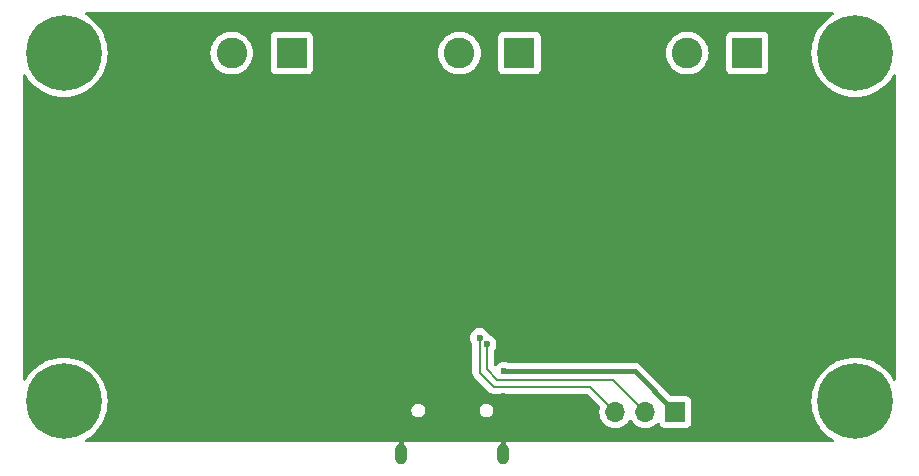
<source format=gbr>
%TF.GenerationSoftware,KiCad,Pcbnew,8.0.8*%
%TF.CreationDate,2025-06-06T06:09:44+09:00*%
%TF.ProjectId,fsk-traffic,66736b2d-7472-4616-9666-69632e6b6963,rev?*%
%TF.SameCoordinates,Original*%
%TF.FileFunction,Copper,L2,Bot*%
%TF.FilePolarity,Positive*%
%FSLAX46Y46*%
G04 Gerber Fmt 4.6, Leading zero omitted, Abs format (unit mm)*
G04 Created by KiCad (PCBNEW 8.0.8) date 2025-06-06 06:09:44*
%MOMM*%
%LPD*%
G01*
G04 APERTURE LIST*
%TA.AperFunction,ComponentPad*%
%ADD10R,2.600000X2.600000*%
%TD*%
%TA.AperFunction,ComponentPad*%
%ADD11C,2.600000*%
%TD*%
%TA.AperFunction,ComponentPad*%
%ADD12C,0.800000*%
%TD*%
%TA.AperFunction,ComponentPad*%
%ADD13C,6.400000*%
%TD*%
%TA.AperFunction,HeatsinkPad*%
%ADD14O,1.000000X2.100000*%
%TD*%
%TA.AperFunction,HeatsinkPad*%
%ADD15O,1.000000X1.800000*%
%TD*%
%TA.AperFunction,ComponentPad*%
%ADD16R,1.700000X1.700000*%
%TD*%
%TA.AperFunction,ComponentPad*%
%ADD17O,1.700000X1.700000*%
%TD*%
%TA.AperFunction,ViaPad*%
%ADD18C,0.600000*%
%TD*%
%TA.AperFunction,Conductor*%
%ADD19C,0.400000*%
%TD*%
%TA.AperFunction,Conductor*%
%ADD20C,0.200000*%
%TD*%
G04 APERTURE END LIST*
D10*
%TO.P,J3,1,Pin_1*%
%TO.N,18V*%
X168544420Y-89884420D03*
D11*
%TO.P,J3,2,Pin_2*%
%TO.N,SENS1*%
X163464420Y-89884420D03*
%TO.P,J3,3,Pin_3*%
%TO.N,GND*%
X158384420Y-89884420D03*
%TD*%
D10*
%TO.P,J5,1,Pin_1*%
%TO.N,/GN*%
X129984420Y-89884420D03*
D11*
%TO.P,J5,2,Pin_2*%
%TO.N,/RD*%
X124904420Y-89884420D03*
%TO.P,J5,3,Pin_3*%
%TO.N,GND*%
X119824420Y-89884420D03*
%TD*%
D12*
%TO.P,REF\u002A\u002A,1*%
%TO.N,N/C*%
X110684420Y-87484420D03*
X112381476Y-88187364D03*
X108987364Y-88187364D03*
X113084420Y-89884420D03*
D13*
X110684420Y-89884420D03*
D12*
X108284420Y-89884420D03*
X112381476Y-91581476D03*
X108987364Y-91581476D03*
X110684420Y-92284420D03*
%TD*%
%TO.P,REF\u002A\u002A,1*%
%TO.N,N/C*%
X177684420Y-87484420D03*
X179381476Y-88187364D03*
X175987364Y-88187364D03*
X180084420Y-89884420D03*
D13*
X177684420Y-89884420D03*
D12*
X175284420Y-89884420D03*
X179381476Y-91581476D03*
X175987364Y-91581476D03*
X177684420Y-92284420D03*
%TD*%
%TO.P,REF\u002A\u002A,1*%
%TO.N,N/C*%
X113084420Y-119384420D03*
X112381476Y-121081476D03*
X112381476Y-117687364D03*
X110684420Y-121784420D03*
D13*
X110684420Y-119384420D03*
D12*
X110684420Y-116984420D03*
X108987364Y-121081476D03*
X108987364Y-117687364D03*
X108284420Y-119384420D03*
%TD*%
D14*
%TO.P,J2,S1,SHIELD*%
%TO.N,GND*%
X139264420Y-119654420D03*
D15*
X139264420Y-123834420D03*
D14*
X147904420Y-119654420D03*
D15*
X147904420Y-123834420D03*
%TD*%
D16*
%TO.P,J1,1,Pin_1*%
%TO.N,+3V3*%
X162464420Y-120284420D03*
D17*
%TO.P,J1,2,Pin_2*%
%TO.N,SWCLK*%
X159924420Y-120284420D03*
%TO.P,J1,3,Pin_3*%
%TO.N,SWDIO*%
X157384420Y-120284420D03*
%TO.P,J1,4,Pin_4*%
%TO.N,GND*%
X154844420Y-120284420D03*
%TD*%
D10*
%TO.P,J4,1,Pin_1*%
%TO.N,18V*%
X149264420Y-89884420D03*
D11*
%TO.P,J4,2,Pin_2*%
%TO.N,SENS2*%
X144184420Y-89884420D03*
%TO.P,J4,3,Pin_3*%
%TO.N,GND*%
X139104420Y-89884420D03*
%TD*%
D12*
%TO.P,REF\u002A\u002A,1*%
%TO.N,N/C*%
X177684420Y-116984420D03*
X179381476Y-117687364D03*
X175987364Y-117687364D03*
X180084420Y-119384420D03*
D13*
X177684420Y-119384420D03*
D12*
X175284420Y-119384420D03*
X179381476Y-121081476D03*
X175987364Y-121081476D03*
X177684420Y-121784420D03*
%TD*%
D18*
%TO.N,+3V3*%
X147984420Y-116834420D03*
%TO.N,GND*%
X155649420Y-113969420D03*
X161784420Y-100634420D03*
X140984420Y-115459420D03*
X150534420Y-106344420D03*
X149934420Y-102969420D03*
X160334420Y-106034420D03*
X137209420Y-108009420D03*
X141749420Y-101419420D03*
X126434420Y-108459420D03*
X152819420Y-113769420D03*
X131459420Y-108459420D03*
%TO.N,SWCLK*%
X146509420Y-114534420D03*
%TO.N,SWDIO*%
X145884420Y-113984420D03*
%TD*%
D19*
%TO.N,+3V3*%
X147984420Y-116834420D02*
X159014420Y-116834420D01*
X159014420Y-116834420D02*
X162464420Y-120284420D01*
%TO.N,GND*%
X139264420Y-119654420D02*
X139264420Y-123834420D01*
X147904420Y-119654420D02*
X147904420Y-123834420D01*
D20*
%TO.N,SWCLK*%
X146509420Y-114534420D02*
X146509420Y-116659420D01*
X146509420Y-116659420D02*
X147384420Y-117534420D01*
X157174420Y-117534420D02*
X159924420Y-120284420D01*
X147384420Y-117534420D02*
X157174420Y-117534420D01*
%TO.N,SWDIO*%
X147084420Y-118134420D02*
X155234420Y-118134420D01*
X145884420Y-116934420D02*
X147084420Y-118134420D01*
X145884420Y-113984420D02*
X145884420Y-116934420D01*
X155234420Y-118134420D02*
X157384420Y-120284420D01*
%TD*%
%TA.AperFunction,Conductor*%
%TO.N,GND*%
G36*
X175854916Y-86454105D02*
G01*
X175900671Y-86506909D01*
X175910615Y-86576067D01*
X175881590Y-86639623D01*
X175844172Y-86668905D01*
X175831626Y-86675297D01*
X175506337Y-86886542D01*
X175204908Y-87130635D01*
X175204900Y-87130642D01*
X174930642Y-87404900D01*
X174930635Y-87404908D01*
X174686542Y-87706337D01*
X174475297Y-88031626D01*
X174299207Y-88377222D01*
X174160208Y-88739325D01*
X174059817Y-89113990D01*
X174059817Y-89113992D01*
X173999142Y-89497082D01*
X173978842Y-89884420D01*
X173999142Y-90271758D01*
X174059818Y-90654853D01*
X174063292Y-90667820D01*
X174160208Y-91029514D01*
X174299207Y-91391617D01*
X174475297Y-91737213D01*
X174686542Y-92062502D01*
X174686544Y-92062504D01*
X174930639Y-92363936D01*
X175204904Y-92638201D01*
X175204908Y-92638204D01*
X175506337Y-92882297D01*
X175831626Y-93093542D01*
X175831631Y-93093545D01*
X176177226Y-93269634D01*
X176539333Y-93408634D01*
X176913987Y-93509022D01*
X177297082Y-93569698D01*
X177662996Y-93588875D01*
X177684419Y-93589998D01*
X177684420Y-93589998D01*
X177684421Y-93589998D01*
X177704721Y-93588934D01*
X178071758Y-93569698D01*
X178454853Y-93509022D01*
X178829507Y-93408634D01*
X179191614Y-93269634D01*
X179537209Y-93093545D01*
X179862504Y-92882296D01*
X180163936Y-92638201D01*
X180438201Y-92363936D01*
X180682296Y-92062504D01*
X180787920Y-91899856D01*
X180893544Y-91737211D01*
X180893545Y-91737209D01*
X180899934Y-91724670D01*
X180947907Y-91673873D01*
X181015727Y-91657076D01*
X181081863Y-91679611D01*
X181125316Y-91734325D01*
X181134420Y-91780962D01*
X181134420Y-117487877D01*
X181114735Y-117554916D01*
X181061931Y-117600671D01*
X180992773Y-117610615D01*
X180929217Y-117581590D01*
X180899935Y-117544172D01*
X180893542Y-117531626D01*
X180682297Y-117206337D01*
X180438204Y-116904908D01*
X180438201Y-116904904D01*
X180163936Y-116630639D01*
X179892316Y-116410685D01*
X179862502Y-116386542D01*
X179537213Y-116175297D01*
X179191617Y-115999207D01*
X178829514Y-115860208D01*
X178829507Y-115860206D01*
X178454853Y-115759818D01*
X178454849Y-115759817D01*
X178454848Y-115759817D01*
X178071759Y-115699142D01*
X177684421Y-115678842D01*
X177684419Y-115678842D01*
X177297080Y-115699142D01*
X176913992Y-115759817D01*
X176913990Y-115759817D01*
X176539325Y-115860208D01*
X176177222Y-115999207D01*
X175831626Y-116175297D01*
X175506337Y-116386542D01*
X175204908Y-116630635D01*
X175204900Y-116630642D01*
X174930642Y-116904900D01*
X174930635Y-116904908D01*
X174686542Y-117206337D01*
X174475297Y-117531626D01*
X174299207Y-117877222D01*
X174160208Y-118239325D01*
X174059817Y-118613990D01*
X174059817Y-118613992D01*
X173999142Y-118997080D01*
X173978842Y-119384419D01*
X173978842Y-119384420D01*
X173999142Y-119771759D01*
X174059817Y-120154847D01*
X174059817Y-120154849D01*
X174160208Y-120529514D01*
X174299207Y-120891617D01*
X174475297Y-121237213D01*
X174686542Y-121562502D01*
X174745185Y-121634920D01*
X174930639Y-121863936D01*
X175204904Y-122138201D01*
X175204908Y-122138204D01*
X175506337Y-122382297D01*
X175831626Y-122593542D01*
X175831631Y-122593545D01*
X175842755Y-122599213D01*
X175844172Y-122599935D01*
X175894968Y-122647909D01*
X175911763Y-122715730D01*
X175889226Y-122781865D01*
X175834511Y-122825317D01*
X175787877Y-122834420D01*
X112580963Y-122834420D01*
X112513924Y-122814735D01*
X112468169Y-122761931D01*
X112458225Y-122692773D01*
X112487250Y-122629217D01*
X112524668Y-122599935D01*
X112525376Y-122599573D01*
X112537209Y-122593545D01*
X112862504Y-122382296D01*
X113163936Y-122138201D01*
X113438201Y-121863936D01*
X113682296Y-121562504D01*
X113893545Y-121237209D01*
X114069634Y-120891614D01*
X114208634Y-120529507D01*
X114309022Y-120154853D01*
X114321091Y-120078654D01*
X140118920Y-120078654D01*
X140118920Y-120230185D01*
X140158139Y-120376556D01*
X140196022Y-120442170D01*
X140233905Y-120507785D01*
X140341055Y-120614935D01*
X140472285Y-120690701D01*
X140618654Y-120729920D01*
X140618656Y-120729920D01*
X140770184Y-120729920D01*
X140770186Y-120729920D01*
X140916555Y-120690701D01*
X141047785Y-120614935D01*
X141154935Y-120507785D01*
X141230701Y-120376555D01*
X141269920Y-120230186D01*
X141269920Y-120078654D01*
X145898920Y-120078654D01*
X145898920Y-120230185D01*
X145938139Y-120376556D01*
X145976022Y-120442170D01*
X146013905Y-120507785D01*
X146121055Y-120614935D01*
X146252285Y-120690701D01*
X146398654Y-120729920D01*
X146398656Y-120729920D01*
X146550184Y-120729920D01*
X146550186Y-120729920D01*
X146696555Y-120690701D01*
X146827785Y-120614935D01*
X146934935Y-120507785D01*
X147010701Y-120376555D01*
X147049920Y-120230186D01*
X147049920Y-120078654D01*
X147010701Y-119932285D01*
X146934935Y-119801055D01*
X146827785Y-119693905D01*
X146762170Y-119656022D01*
X146696556Y-119618139D01*
X146623370Y-119598529D01*
X146550186Y-119578920D01*
X146398654Y-119578920D01*
X146252283Y-119618139D01*
X146121055Y-119693905D01*
X146121052Y-119693907D01*
X146013907Y-119801052D01*
X146013905Y-119801055D01*
X145938139Y-119932283D01*
X145898920Y-120078654D01*
X141269920Y-120078654D01*
X141230701Y-119932285D01*
X141154935Y-119801055D01*
X141047785Y-119693905D01*
X140982170Y-119656022D01*
X140916556Y-119618139D01*
X140843370Y-119598529D01*
X140770186Y-119578920D01*
X140618654Y-119578920D01*
X140472283Y-119618139D01*
X140341055Y-119693905D01*
X140341052Y-119693907D01*
X140233907Y-119801052D01*
X140233905Y-119801055D01*
X140158139Y-119932283D01*
X140118920Y-120078654D01*
X114321091Y-120078654D01*
X114369698Y-119771758D01*
X114389998Y-119384420D01*
X114369698Y-118997082D01*
X114309022Y-118613987D01*
X114208634Y-118239333D01*
X114069634Y-117877226D01*
X113893545Y-117531631D01*
X113865131Y-117487877D01*
X113682297Y-117206337D01*
X113438204Y-116904908D01*
X113438201Y-116904904D01*
X113163936Y-116630639D01*
X112892316Y-116410685D01*
X112862502Y-116386542D01*
X112537213Y-116175297D01*
X112191617Y-115999207D01*
X111829514Y-115860208D01*
X111829507Y-115860206D01*
X111454853Y-115759818D01*
X111454849Y-115759817D01*
X111454848Y-115759817D01*
X111071759Y-115699142D01*
X110684421Y-115678842D01*
X110684419Y-115678842D01*
X110297080Y-115699142D01*
X109913992Y-115759817D01*
X109913990Y-115759817D01*
X109539325Y-115860208D01*
X109177222Y-115999207D01*
X108831626Y-116175297D01*
X108506337Y-116386542D01*
X108204908Y-116630635D01*
X108204900Y-116630642D01*
X107930642Y-116904900D01*
X107930635Y-116904908D01*
X107686542Y-117206337D01*
X107475297Y-117531626D01*
X107468905Y-117544172D01*
X107420931Y-117594968D01*
X107353110Y-117611763D01*
X107286975Y-117589226D01*
X107243523Y-117534511D01*
X107234420Y-117487877D01*
X107234420Y-113984416D01*
X145078855Y-113984416D01*
X145078855Y-113984423D01*
X145099050Y-114163669D01*
X145099051Y-114163674D01*
X145158631Y-114333943D01*
X145254605Y-114486683D01*
X145256865Y-114489517D01*
X145257754Y-114491695D01*
X145258309Y-114492578D01*
X145258154Y-114492675D01*
X145283275Y-114554203D01*
X145283920Y-114566832D01*
X145283920Y-116847750D01*
X145283919Y-116847768D01*
X145283919Y-117013474D01*
X145283918Y-117013474D01*
X145324843Y-117166206D01*
X145335083Y-117183940D01*
X145335085Y-117183945D01*
X145403895Y-117303129D01*
X145403901Y-117303137D01*
X145522769Y-117422005D01*
X145522775Y-117422010D01*
X146599559Y-118498794D01*
X146599569Y-118498805D01*
X146603899Y-118503135D01*
X146603900Y-118503136D01*
X146715704Y-118614940D01*
X146798535Y-118662762D01*
X146852635Y-118693997D01*
X147005362Y-118734920D01*
X147005363Y-118734920D01*
X154934323Y-118734920D01*
X155001362Y-118754605D01*
X155022004Y-118771239D01*
X156051653Y-119800888D01*
X156085138Y-119862211D01*
X156083747Y-119920661D01*
X156049359Y-120049003D01*
X156049356Y-120049016D01*
X156028761Y-120284419D01*
X156028761Y-120284420D01*
X156049356Y-120519823D01*
X156049358Y-120519833D01*
X156110514Y-120748075D01*
X156110516Y-120748079D01*
X156110517Y-120748083D01*
X156114420Y-120756452D01*
X156210385Y-120962250D01*
X156210387Y-120962254D01*
X156284467Y-121068050D01*
X156345925Y-121155821D01*
X156513019Y-121322915D01*
X156609804Y-121390685D01*
X156706585Y-121458452D01*
X156706587Y-121458453D01*
X156706590Y-121458455D01*
X156920757Y-121558323D01*
X157149012Y-121619483D01*
X157325454Y-121634920D01*
X157384419Y-121640079D01*
X157384420Y-121640079D01*
X157384421Y-121640079D01*
X157443386Y-121634920D01*
X157619828Y-121619483D01*
X157848083Y-121558323D01*
X158062250Y-121458455D01*
X158255821Y-121322915D01*
X158422915Y-121155821D01*
X158552845Y-120970262D01*
X158607422Y-120926637D01*
X158676920Y-120919443D01*
X158739275Y-120950966D01*
X158755995Y-120970262D01*
X158885920Y-121155815D01*
X158885925Y-121155821D01*
X159053019Y-121322915D01*
X159149804Y-121390685D01*
X159246585Y-121458452D01*
X159246587Y-121458453D01*
X159246590Y-121458455D01*
X159460757Y-121558323D01*
X159689012Y-121619483D01*
X159865454Y-121634920D01*
X159924419Y-121640079D01*
X159924420Y-121640079D01*
X159924421Y-121640079D01*
X159983386Y-121634920D01*
X160159828Y-121619483D01*
X160388083Y-121558323D01*
X160602250Y-121458455D01*
X160795821Y-121322915D01*
X160917749Y-121200986D01*
X160979068Y-121167504D01*
X161048760Y-121172488D01*
X161104694Y-121214359D01*
X161121609Y-121245337D01*
X161170622Y-121376748D01*
X161170626Y-121376755D01*
X161256872Y-121491964D01*
X161256875Y-121491967D01*
X161372084Y-121578213D01*
X161372091Y-121578217D01*
X161506937Y-121628511D01*
X161506936Y-121628511D01*
X161513864Y-121629255D01*
X161566547Y-121634920D01*
X163362292Y-121634919D01*
X163421903Y-121628511D01*
X163556751Y-121578216D01*
X163671966Y-121491966D01*
X163758216Y-121376751D01*
X163808511Y-121241903D01*
X163814920Y-121182293D01*
X163814919Y-119386548D01*
X163808511Y-119326937D01*
X163805375Y-119318530D01*
X163758217Y-119192091D01*
X163758213Y-119192084D01*
X163671967Y-119076875D01*
X163671964Y-119076872D01*
X163556755Y-118990626D01*
X163556748Y-118990622D01*
X163421902Y-118940328D01*
X163421903Y-118940328D01*
X163362303Y-118933921D01*
X163362301Y-118933920D01*
X163362293Y-118933920D01*
X163362285Y-118933920D01*
X162155939Y-118933920D01*
X162088900Y-118914235D01*
X162068258Y-118897601D01*
X159460966Y-116290308D01*
X159460965Y-116290307D01*
X159346227Y-116213642D01*
X159218752Y-116160841D01*
X159218742Y-116160838D01*
X159083416Y-116133920D01*
X159083414Y-116133920D01*
X159083413Y-116133920D01*
X148409914Y-116133920D01*
X148343943Y-116114914D01*
X148333945Y-116108632D01*
X148163674Y-116049051D01*
X148163669Y-116049050D01*
X147984424Y-116028855D01*
X147984416Y-116028855D01*
X147805170Y-116049050D01*
X147805165Y-116049051D01*
X147634896Y-116108631D01*
X147482157Y-116204604D01*
X147354604Y-116332157D01*
X147354602Y-116332160D01*
X147338913Y-116357129D01*
X147286578Y-116403420D01*
X147217524Y-116414067D01*
X147153676Y-116385691D01*
X147115305Y-116327301D01*
X147109920Y-116291156D01*
X147109920Y-115116832D01*
X147129605Y-115049793D01*
X147136975Y-115039517D01*
X147139230Y-115036687D01*
X147139236Y-115036682D01*
X147235209Y-114883942D01*
X147294788Y-114713675D01*
X147314985Y-114534420D01*
X147312909Y-114515998D01*
X147294789Y-114355170D01*
X147294788Y-114355165D01*
X147235208Y-114184896D01*
X147139235Y-114032157D01*
X147011682Y-113904604D01*
X146858941Y-113808630D01*
X146701144Y-113753415D01*
X146644367Y-113712693D01*
X146625057Y-113677328D01*
X146610210Y-113634900D01*
X146610209Y-113634898D01*
X146514236Y-113482158D01*
X146386682Y-113354604D01*
X146233943Y-113258631D01*
X146063674Y-113199051D01*
X146063669Y-113199050D01*
X145884424Y-113178855D01*
X145884416Y-113178855D01*
X145705170Y-113199050D01*
X145705165Y-113199051D01*
X145534896Y-113258631D01*
X145382157Y-113354604D01*
X145254604Y-113482157D01*
X145158631Y-113634896D01*
X145099051Y-113805165D01*
X145099050Y-113805170D01*
X145078855Y-113984416D01*
X107234420Y-113984416D01*
X107234420Y-91780962D01*
X107254105Y-91713923D01*
X107306909Y-91668168D01*
X107376067Y-91658224D01*
X107439623Y-91687249D01*
X107468906Y-91724670D01*
X107475294Y-91737209D01*
X107475295Y-91737211D01*
X107686542Y-92062502D01*
X107686544Y-92062504D01*
X107930639Y-92363936D01*
X108204904Y-92638201D01*
X108204908Y-92638204D01*
X108506337Y-92882297D01*
X108831626Y-93093542D01*
X108831631Y-93093545D01*
X109177226Y-93269634D01*
X109539333Y-93408634D01*
X109913987Y-93509022D01*
X110297082Y-93569698D01*
X110662996Y-93588875D01*
X110684419Y-93589998D01*
X110684420Y-93589998D01*
X110684421Y-93589998D01*
X110704721Y-93588934D01*
X111071758Y-93569698D01*
X111454853Y-93509022D01*
X111829507Y-93408634D01*
X112191614Y-93269634D01*
X112537209Y-93093545D01*
X112862504Y-92882296D01*
X113163936Y-92638201D01*
X113438201Y-92363936D01*
X113682296Y-92062504D01*
X113893545Y-91737209D01*
X114069634Y-91391614D01*
X114208634Y-91029507D01*
X114309022Y-90654853D01*
X114369698Y-90271758D01*
X114389998Y-89884420D01*
X114389998Y-89884415D01*
X123098871Y-89884415D01*
X123098871Y-89884424D01*
X123119036Y-90153521D01*
X123179084Y-90416608D01*
X123179086Y-90416615D01*
X123272588Y-90654853D01*
X123277677Y-90667818D01*
X123412605Y-90901522D01*
X123514670Y-91029507D01*
X123580862Y-91112509D01*
X123767603Y-91285778D01*
X123778679Y-91296055D01*
X124001646Y-91448071D01*
X124244779Y-91565158D01*
X124502648Y-91644700D01*
X124502649Y-91644700D01*
X124502652Y-91644701D01*
X124769483Y-91684919D01*
X124769488Y-91684919D01*
X124769491Y-91684920D01*
X124769492Y-91684920D01*
X125039348Y-91684920D01*
X125039349Y-91684920D01*
X125039356Y-91684919D01*
X125306187Y-91644701D01*
X125306188Y-91644700D01*
X125306192Y-91644700D01*
X125564061Y-91565158D01*
X125807195Y-91448071D01*
X126030161Y-91296055D01*
X126227981Y-91112505D01*
X126396235Y-90901522D01*
X126531163Y-90667818D01*
X126629754Y-90416615D01*
X126689803Y-90153523D01*
X126705031Y-89950314D01*
X126709969Y-89884424D01*
X126709969Y-89884415D01*
X126689803Y-89615318D01*
X126689803Y-89615317D01*
X126629754Y-89352225D01*
X126531163Y-89101022D01*
X126396235Y-88867318D01*
X126227981Y-88656335D01*
X126227980Y-88656334D01*
X126227977Y-88656330D01*
X126098889Y-88536555D01*
X128183920Y-88536555D01*
X128183920Y-91232290D01*
X128183921Y-91232296D01*
X128190328Y-91291903D01*
X128240622Y-91426748D01*
X128240626Y-91426755D01*
X128326872Y-91541964D01*
X128326875Y-91541967D01*
X128442084Y-91628213D01*
X128442091Y-91628217D01*
X128576937Y-91678511D01*
X128576936Y-91678511D01*
X128583864Y-91679255D01*
X128636547Y-91684920D01*
X131332292Y-91684919D01*
X131391903Y-91678511D01*
X131526751Y-91628216D01*
X131641966Y-91541966D01*
X131728216Y-91426751D01*
X131778511Y-91291903D01*
X131784920Y-91232293D01*
X131784919Y-89884415D01*
X142378871Y-89884415D01*
X142378871Y-89884424D01*
X142399036Y-90153521D01*
X142459084Y-90416608D01*
X142459086Y-90416615D01*
X142552588Y-90654853D01*
X142557677Y-90667818D01*
X142692605Y-90901522D01*
X142794670Y-91029507D01*
X142860862Y-91112509D01*
X143047603Y-91285778D01*
X143058679Y-91296055D01*
X143281646Y-91448071D01*
X143524779Y-91565158D01*
X143782648Y-91644700D01*
X143782649Y-91644700D01*
X143782652Y-91644701D01*
X144049483Y-91684919D01*
X144049488Y-91684919D01*
X144049491Y-91684920D01*
X144049492Y-91684920D01*
X144319348Y-91684920D01*
X144319349Y-91684920D01*
X144319356Y-91684919D01*
X144586187Y-91644701D01*
X144586188Y-91644700D01*
X144586192Y-91644700D01*
X144844061Y-91565158D01*
X145087195Y-91448071D01*
X145310161Y-91296055D01*
X145507981Y-91112505D01*
X145676235Y-90901522D01*
X145811163Y-90667818D01*
X145909754Y-90416615D01*
X145969803Y-90153523D01*
X145985031Y-89950314D01*
X145989969Y-89884424D01*
X145989969Y-89884415D01*
X145969803Y-89615318D01*
X145969803Y-89615317D01*
X145909754Y-89352225D01*
X145811163Y-89101022D01*
X145676235Y-88867318D01*
X145507981Y-88656335D01*
X145507980Y-88656334D01*
X145507977Y-88656330D01*
X145378889Y-88536555D01*
X147463920Y-88536555D01*
X147463920Y-91232290D01*
X147463921Y-91232296D01*
X147470328Y-91291903D01*
X147520622Y-91426748D01*
X147520626Y-91426755D01*
X147606872Y-91541964D01*
X147606875Y-91541967D01*
X147722084Y-91628213D01*
X147722091Y-91628217D01*
X147856937Y-91678511D01*
X147856936Y-91678511D01*
X147863864Y-91679255D01*
X147916547Y-91684920D01*
X150612292Y-91684919D01*
X150671903Y-91678511D01*
X150806751Y-91628216D01*
X150921966Y-91541966D01*
X151008216Y-91426751D01*
X151058511Y-91291903D01*
X151064920Y-91232293D01*
X151064919Y-89884415D01*
X161658871Y-89884415D01*
X161658871Y-89884424D01*
X161679036Y-90153521D01*
X161739084Y-90416608D01*
X161739086Y-90416615D01*
X161832588Y-90654853D01*
X161837677Y-90667818D01*
X161972605Y-90901522D01*
X162074670Y-91029507D01*
X162140862Y-91112509D01*
X162327603Y-91285778D01*
X162338679Y-91296055D01*
X162561646Y-91448071D01*
X162804779Y-91565158D01*
X163062648Y-91644700D01*
X163062649Y-91644700D01*
X163062652Y-91644701D01*
X163329483Y-91684919D01*
X163329488Y-91684919D01*
X163329491Y-91684920D01*
X163329492Y-91684920D01*
X163599348Y-91684920D01*
X163599349Y-91684920D01*
X163599356Y-91684919D01*
X163866187Y-91644701D01*
X163866188Y-91644700D01*
X163866192Y-91644700D01*
X164124061Y-91565158D01*
X164367195Y-91448071D01*
X164590161Y-91296055D01*
X164787981Y-91112505D01*
X164956235Y-90901522D01*
X165091163Y-90667818D01*
X165189754Y-90416615D01*
X165249803Y-90153523D01*
X165265031Y-89950314D01*
X165269969Y-89884424D01*
X165269969Y-89884415D01*
X165249803Y-89615318D01*
X165249803Y-89615317D01*
X165189754Y-89352225D01*
X165091163Y-89101022D01*
X164956235Y-88867318D01*
X164787981Y-88656335D01*
X164787980Y-88656334D01*
X164787977Y-88656330D01*
X164658889Y-88536555D01*
X166743920Y-88536555D01*
X166743920Y-91232290D01*
X166743921Y-91232296D01*
X166750328Y-91291903D01*
X166800622Y-91426748D01*
X166800626Y-91426755D01*
X166886872Y-91541964D01*
X166886875Y-91541967D01*
X167002084Y-91628213D01*
X167002091Y-91628217D01*
X167136937Y-91678511D01*
X167136936Y-91678511D01*
X167143864Y-91679255D01*
X167196547Y-91684920D01*
X169892292Y-91684919D01*
X169951903Y-91678511D01*
X170086751Y-91628216D01*
X170201966Y-91541966D01*
X170288216Y-91426751D01*
X170338511Y-91291903D01*
X170344920Y-91232293D01*
X170344919Y-88536548D01*
X170338511Y-88476937D01*
X170336962Y-88472785D01*
X170288217Y-88342091D01*
X170288213Y-88342084D01*
X170201967Y-88226875D01*
X170201964Y-88226872D01*
X170086755Y-88140626D01*
X170086748Y-88140622D01*
X169951902Y-88090328D01*
X169951903Y-88090328D01*
X169892303Y-88083921D01*
X169892301Y-88083920D01*
X169892293Y-88083920D01*
X169892284Y-88083920D01*
X167196549Y-88083920D01*
X167196543Y-88083921D01*
X167136936Y-88090328D01*
X167002091Y-88140622D01*
X167002084Y-88140626D01*
X166886875Y-88226872D01*
X166886872Y-88226875D01*
X166800626Y-88342084D01*
X166800622Y-88342091D01*
X166750328Y-88476937D01*
X166743921Y-88536536D01*
X166743921Y-88536543D01*
X166743920Y-88536555D01*
X164658889Y-88536555D01*
X164590161Y-88472785D01*
X164367195Y-88320769D01*
X164367189Y-88320766D01*
X164367188Y-88320765D01*
X164367187Y-88320764D01*
X164124063Y-88203683D01*
X164124065Y-88203683D01*
X163866193Y-88124140D01*
X163866187Y-88124138D01*
X163599356Y-88083920D01*
X163599349Y-88083920D01*
X163329491Y-88083920D01*
X163329483Y-88083920D01*
X163062652Y-88124138D01*
X163062646Y-88124140D01*
X162804778Y-88203682D01*
X162561650Y-88320766D01*
X162338678Y-88472785D01*
X162140862Y-88656330D01*
X161972605Y-88867318D01*
X161837678Y-89101019D01*
X161837676Y-89101023D01*
X161739086Y-89352224D01*
X161739084Y-89352231D01*
X161679036Y-89615318D01*
X161658871Y-89884415D01*
X151064919Y-89884415D01*
X151064919Y-88536548D01*
X151058511Y-88476937D01*
X151056962Y-88472785D01*
X151008217Y-88342091D01*
X151008213Y-88342084D01*
X150921967Y-88226875D01*
X150921964Y-88226872D01*
X150806755Y-88140626D01*
X150806748Y-88140622D01*
X150671902Y-88090328D01*
X150671903Y-88090328D01*
X150612303Y-88083921D01*
X150612301Y-88083920D01*
X150612293Y-88083920D01*
X150612284Y-88083920D01*
X147916549Y-88083920D01*
X147916543Y-88083921D01*
X147856936Y-88090328D01*
X147722091Y-88140622D01*
X147722084Y-88140626D01*
X147606875Y-88226872D01*
X147606872Y-88226875D01*
X147520626Y-88342084D01*
X147520622Y-88342091D01*
X147470328Y-88476937D01*
X147463921Y-88536536D01*
X147463921Y-88536543D01*
X147463920Y-88536555D01*
X145378889Y-88536555D01*
X145310161Y-88472785D01*
X145087195Y-88320769D01*
X145087189Y-88320766D01*
X145087188Y-88320765D01*
X145087187Y-88320764D01*
X144844063Y-88203683D01*
X144844065Y-88203683D01*
X144586193Y-88124140D01*
X144586187Y-88124138D01*
X144319356Y-88083920D01*
X144319349Y-88083920D01*
X144049491Y-88083920D01*
X144049483Y-88083920D01*
X143782652Y-88124138D01*
X143782646Y-88124140D01*
X143524778Y-88203682D01*
X143281650Y-88320766D01*
X143058678Y-88472785D01*
X142860862Y-88656330D01*
X142692605Y-88867318D01*
X142557678Y-89101019D01*
X142557676Y-89101023D01*
X142459086Y-89352224D01*
X142459084Y-89352231D01*
X142399036Y-89615318D01*
X142378871Y-89884415D01*
X131784919Y-89884415D01*
X131784919Y-88536548D01*
X131778511Y-88476937D01*
X131776962Y-88472785D01*
X131728217Y-88342091D01*
X131728213Y-88342084D01*
X131641967Y-88226875D01*
X131641964Y-88226872D01*
X131526755Y-88140626D01*
X131526748Y-88140622D01*
X131391902Y-88090328D01*
X131391903Y-88090328D01*
X131332303Y-88083921D01*
X131332301Y-88083920D01*
X131332293Y-88083920D01*
X131332284Y-88083920D01*
X128636549Y-88083920D01*
X128636543Y-88083921D01*
X128576936Y-88090328D01*
X128442091Y-88140622D01*
X128442084Y-88140626D01*
X128326875Y-88226872D01*
X128326872Y-88226875D01*
X128240626Y-88342084D01*
X128240622Y-88342091D01*
X128190328Y-88476937D01*
X128183921Y-88536536D01*
X128183921Y-88536543D01*
X128183920Y-88536555D01*
X126098889Y-88536555D01*
X126030161Y-88472785D01*
X125807195Y-88320769D01*
X125807189Y-88320766D01*
X125807188Y-88320765D01*
X125807187Y-88320764D01*
X125564063Y-88203683D01*
X125564065Y-88203683D01*
X125306193Y-88124140D01*
X125306187Y-88124138D01*
X125039356Y-88083920D01*
X125039349Y-88083920D01*
X124769491Y-88083920D01*
X124769483Y-88083920D01*
X124502652Y-88124138D01*
X124502646Y-88124140D01*
X124244778Y-88203682D01*
X124001650Y-88320766D01*
X123778678Y-88472785D01*
X123580862Y-88656330D01*
X123412605Y-88867318D01*
X123277678Y-89101019D01*
X123277676Y-89101023D01*
X123179086Y-89352224D01*
X123179084Y-89352231D01*
X123119036Y-89615318D01*
X123098871Y-89884415D01*
X114389998Y-89884415D01*
X114369698Y-89497082D01*
X114309022Y-89113987D01*
X114208634Y-88739333D01*
X114069634Y-88377226D01*
X113893545Y-88031631D01*
X113682296Y-87706336D01*
X113438201Y-87404904D01*
X113163936Y-87130639D01*
X112862504Y-86886544D01*
X112862502Y-86886542D01*
X112537213Y-86675297D01*
X112524668Y-86668905D01*
X112473872Y-86620931D01*
X112457077Y-86553110D01*
X112479614Y-86486975D01*
X112534329Y-86443523D01*
X112580963Y-86434420D01*
X175787877Y-86434420D01*
X175854916Y-86454105D01*
G37*
%TD.AperFunction*%
%TD*%
M02*

</source>
